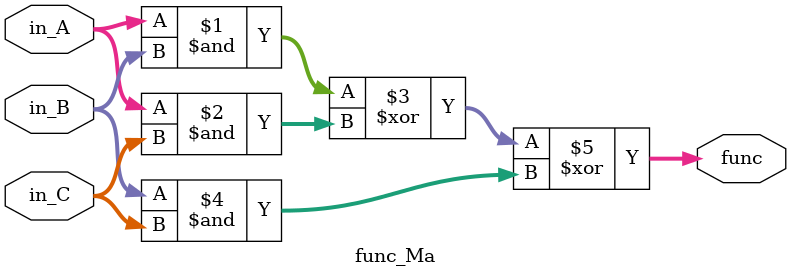
<source format=v>
`timescale 1ns / 1ps
module func_Ma(in_A, in_B, in_C, func);

	input wire[31:0] in_A, in_B, in_C;
	output wire[31:0] func;
	
	assign func = (in_A & in_B) ^ (in_A & in_C) ^ (in_B & in_C);

endmodule

</source>
